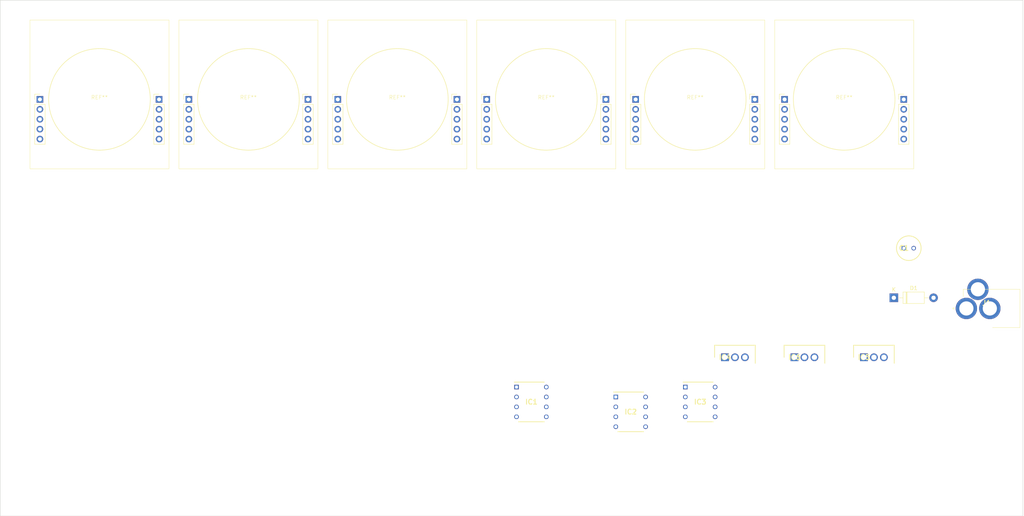
<source format=kicad_pcb>
(kicad_pcb (version 20221018) (generator pcbnew)
  (layers (0 "F.Cu" signal) (31 "B.Cu" signal) (34 "B.Paste" user) (35 "F.Paste" user) (36 "B.SilkS" user "B.Silkscreen") (37 "F.SilkS" user "F.Silkscreen") (38 "B.Mask" user) (39 "F.Mask" user) (44 "Edge.Cuts" user))
  (net 0 "")
  (net 1 "Net-(C1-+)")
  (net 2 "GND")
  (net 30 "+24V")
  (footprint "SamacSys_Parts:DIP762W56P254L950H508Q8N" (layer "F.Cu") (at 153.67 128.27)
    (fp_text reference "IC1" (at 0 0) (layer "F.SilkS") (effects (font (size 1.27 1.27) (thickness 0.254))))
    (fp_text value "TC1044SCPA" hide)
    (fp_line (start -4.39 -5.08) (end 3.3 -5.08) (stroke (width 0.2)) (layer "F.SilkS"))
    (fp_line (start -3.3 5.08) (end 3.3 5.08) (stroke (width 0.2)) (layer "F.SilkS"))
    (pad "1" thru_hole rect (at -3.81 -3.81) (size 1.16 1.16) (drill 0.76) (layers "*.Cu" "*.Mask"))
    (pad "2" thru_hole circle (at -3.81 -1.27) (size 1.16 1.16) (drill 0.76) (layers "*.Cu" "*.Mask"))
    (pad "3" thru_hole circle (at -3.81 1.27) (size 1.16 1.16) (drill 0.76) (layers "*.Cu" "*.Mask"))
    (pad "4" thru_hole circle (at -3.81 3.81) (size 1.16 1.16) (drill 0.76) (layers "*.Cu" "*.Mask"))
    (pad "5" thru_hole circle (at 3.81 3.81) (size 1.16 1.16) (drill 0.76) (layers "*.Cu" "*.Mask"))
    (pad "6" thru_hole circle (at 3.81 1.27) (size 1.16 1.16) (drill 0.76) (layers "*.Cu" "*.Mask"))
    (pad "7" thru_hole circle (at 3.81 -1.27) (size 1.16 1.16) (drill 0.76) (layers "*.Cu" "*.Mask"))
    (pad "8" thru_hole circle (at 3.81 -3.81) (size 1.16 1.16) (drill 0.76) (layers "*.Cu" "*.Mask"))
  )
  (footprint "SamacSys_Parts:163179PHEX" (layer "F.Cu") (at 270.09 102.965 180)
    (fp_text reference "J1" (at 0 0) (layer "F.SilkS") (effects (font (size 1.27 1.27) (thickness 0.254))))
    (fp_text value "163-179PH-EX" hide)
    (fp_line (start -8.55 -6.265) (end -8.55 3.535) (stroke (width 0.1)) (layer "F.SilkS"))
    (fp_line (start -8.55 3.535) (end 5.95 3.535) (stroke (width 0.1)) (layer "F.SilkS"))
    (fp_line (start -1.55 -6.265) (end -8.55 -6.265) (stroke (width 0.1)) (layer "F.SilkS"))
    (fp_line (start 5.95 3.535) (end 5.95 1.635) (stroke (width 0.1)) (layer "F.SilkS"))
    (fp_line (start 8.45 -1.465) (end 8.45 -1.465) (stroke (width 0.2)) (layer "F.SilkS"))
    (fp_line (start 8.45 -1.265) (end 8.45 -1.265) (stroke (width 0.2)) (layer "F.SilkS"))
    (fp_arc (start 8.45 -1.465) (mid 8.55 -1.365) (end 8.45 -1.265) (stroke (width 0.2)) (layer "F.SilkS"))
    (fp_arc (start 8.45 -1.265) (mid 8.35 -1.365) (end 8.45 -1.465) (stroke (width 0.2)) (layer "F.SilkS"))
    (pad "A" thru_hole circle (at 5.15 -1.365 180) (size 5.46 5.46) (drill 3.6401) (layers "*.Cu" "*.Mask") (net 30 "+24V"))
    (pad "B" thru_hole circle (at 2.2 3.535 180) (size 5.46 5.46) (drill 3.6401) (layers "*.Cu" "*.Mask"))
    (pad "C" thru_hole circle (at -0.85 -1.365 180) (size 5.46 5.46) (drill 3.6401) (layers "*.Cu" "*.Mask") (net 2 "GND"))
  )
  (footprint "SamacSys_Parts:DIP762W56P254L950H508Q8N" (layer "F.Cu") (at 179.07 130.81)
    (fp_text reference "IC2" (at 0 0) (layer "F.SilkS") (effects (font (size 1.27 1.27) (thickness 0.254))))
    (fp_text value "TC1044SCPA" hide)
    (fp_line (start -4.39 -5.08) (end 3.3 -5.08) (stroke (width 0.2)) (layer "F.SilkS"))
    (fp_line (start -3.3 5.08) (end 3.3 5.08) (stroke (width 0.2)) (layer "F.SilkS"))
    (pad "1" thru_hole rect (at -3.81 -3.81) (size 1.16 1.16) (drill 0.76) (layers "*.Cu" "*.Mask"))
    (pad "2" thru_hole circle (at -3.81 -1.27) (size 1.16 1.16) (drill 0.76) (layers "*.Cu" "*.Mask"))
    (pad "3" thru_hole circle (at -3.81 1.27) (size 1.16 1.16) (drill 0.76) (layers "*.Cu" "*.Mask"))
    (pad "4" thru_hole circle (at -3.81 3.81) (size 1.16 1.16) (drill 0.76) (layers "*.Cu" "*.Mask"))
    (pad "5" thru_hole circle (at 3.81 3.81) (size 1.16 1.16) (drill 0.76) (layers "*.Cu" "*.Mask"))
    (pad "6" thru_hole circle (at 3.81 1.27) (size 1.16 1.16) (drill 0.76) (layers "*.Cu" "*.Mask"))
    (pad "7" thru_hole circle (at 3.81 -1.27) (size 1.16 1.16) (drill 0.76) (layers "*.Cu" "*.Mask"))
    (pad "8" thru_hole circle (at 3.81 -3.81) (size 1.16 1.16) (drill 0.76) (layers "*.Cu" "*.Mask"))
  )
  (footprint "Ivan Hawkes:Potentiometer Carrier Board 24mm" (layer "F.Cu") (at 119.38 50.8)
    (fp_text reference "REF**" (at 0 -0.5 unlocked) (layer "F.SilkS") (effects (font (thickness 0.1))))
    (fp_text value "Potentiometer Carrier Board 24mm")
    (fp_line (start -16.57 -1.33) (end -15.24 -1.33) (stroke (width 0.12)) (layer "F.SilkS"))
    (fp_line (start -16.57 0) (end -16.57 -1.33) (stroke (width 0.12)) (layer "F.SilkS"))
    (fp_line (start -16.57 1.27) (end -16.57 11.49) (stroke (width 0.12)) (layer "F.SilkS"))
    (fp_line (start -16.57 1.27) (end -13.91 1.27) (stroke (width 0.12)) (layer "F.SilkS"))
    (fp_line (start -16.57 11.49) (end -13.91 11.49) (stroke (width 0.12)) (layer "F.SilkS"))
    (fp_line (start -13.91 1.27) (end -13.91 11.49) (stroke (width 0.12)) (layer "F.SilkS"))
    (fp_line (start 13.91 -1.33) (end 15.24 -1.33) (stroke (width 0.12)) (layer "F.SilkS"))
    (fp_line (start 13.91 0) (end 13.91 -1.33) (stroke (width 0.12)) (layer "F.SilkS"))
    (fp_line (start 13.91 1.27) (end 13.91 11.49) (stroke (width 0.12)) (layer "F.SilkS"))
    (fp_line (start 13.91 1.27) (end 16.57 1.27) (stroke (width 0.12)) (layer "F.SilkS"))
    (fp_line (start 13.91 11.49) (end 16.57 11.49) (stroke (width 0.12)) (layer "F.SilkS"))
    (fp_line (start 16.57 1.27) (end 16.57 11.49) (stroke (width 0.12)) (layer "F.SilkS"))
    (fp_rect (start -17.78 -20.32) (end 17.78 17.78) (stroke (width 0.1)) (fill none) (layer "F.SilkS"))
    (fp_circle (center 0 0) (end 13 0) (stroke (width 0.15)) (fill none) (layer "F.SilkS"))
    (pad "1" thru_hole rect (at -15.24 0) (size 1.7 1.7) (drill 1) (layers "*.Cu" "*.Mask"))
    (pad "1" thru_hole rect (at 15.24 0) (size 1.7 1.7) (drill 1) (layers "*.Cu" "*.Mask"))
    (pad "2" thru_hole oval (at -15.24 2.54) (size 1.7 1.7) (drill 1) (layers "*.Cu" "*.Mask"))
    (pad "2" thru_hole oval (at 15.24 2.54) (size 1.7 1.7) (drill 1) (layers "*.Cu" "*.Mask"))
    (pad "3" thru_hole oval (at -15.24 5.08) (size 1.7 1.7) (drill 1) (layers "*.Cu" "*.Mask"))
    (pad "3" thru_hole oval (at 15.24 5.08) (size 1.7 1.7) (drill 1) (layers "*.Cu" "*.Mask"))
    (pad "4" thru_hole oval (at -15.24 7.62) (size 1.7 1.7) (drill 1) (layers "*.Cu" "*.Mask"))
    (pad "4" thru_hole oval (at 15.24 7.62) (size 1.7 1.7) (drill 1) (layers "*.Cu" "*.Mask"))
    (pad "5" thru_hole oval (at -15.24 10.16) (size 1.7 1.7) (drill 1) (layers "*.Cu" "*.Mask"))
    (pad "5" thru_hole oval (at 15.24 10.16) (size 1.7 1.7) (drill 1) (layers "*.Cu" "*.Mask"))
  )
  (footprint "Ivan Hawkes:Potentiometer Carrier Board 24mm" (layer "F.Cu") (at 233.68 50.8)
    (fp_text reference "REF**" (at 0 -0.5 unlocked) (layer "F.SilkS") (effects (font (thickness 0.1))))
    (fp_text value "Potentiometer Carrier Board 24mm")
    (fp_line (start -16.57 -1.33) (end -15.24 -1.33) (stroke (width 0.12)) (layer "F.SilkS"))
    (fp_line (start -16.57 0) (end -16.57 -1.33) (stroke (width 0.12)) (layer "F.SilkS"))
    (fp_line (start -16.57 1.27) (end -16.57 11.49) (stroke (width 0.12)) (layer "F.SilkS"))
    (fp_line (start -16.57 1.27) (end -13.91 1.27) (stroke (width 0.12)) (layer "F.SilkS"))
    (fp_line (start -16.57 11.49) (end -13.91 11.49) (stroke (width 0.12)) (layer "F.SilkS"))
    (fp_line (start -13.91 1.27) (end -13.91 11.49) (stroke (width 0.12)) (layer "F.SilkS"))
    (fp_line (start 13.91 -1.33) (end 15.24 -1.33) (stroke (width 0.12)) (layer "F.SilkS"))
    (fp_line (start 13.91 0) (end 13.91 -1.33) (stroke (width 0.12)) (layer "F.SilkS"))
    (fp_line (start 13.91 1.27) (end 13.91 11.49) (stroke (width 0.12)) (layer "F.SilkS"))
    (fp_line (start 13.91 1.27) (end 16.57 1.27) (stroke (width 0.12)) (layer "F.SilkS"))
    (fp_line (start 13.91 11.49) (end 16.57 11.49) (stroke (width 0.12)) (layer "F.SilkS"))
    (fp_line (start 16.57 1.27) (end 16.57 11.49) (stroke (width 0.12)) (layer "F.SilkS"))
    (fp_rect (start -17.78 -20.32) (end 17.78 17.78) (stroke (width 0.1)) (fill none) (layer "F.SilkS"))
    (fp_circle (center 0 0) (end 13 0) (stroke (width 0.15)) (fill none) (layer "F.SilkS"))
    (pad "1" thru_hole rect (at -15.24 0) (size 1.7 1.7) (drill 1) (layers "*.Cu" "*.Mask"))
    (pad "1" thru_hole rect (at 15.24 0) (size 1.7 1.7) (drill 1) (layers "*.Cu" "*.Mask"))
    (pad "2" thru_hole oval (at -15.24 2.54) (size 1.7 1.7) (drill 1) (layers "*.Cu" "*.Mask"))
    (pad "2" thru_hole oval (at 15.24 2.54) (size 1.7 1.7) (drill 1) (layers "*.Cu" "*.Mask"))
    (pad "3" thru_hole oval (at -15.24 5.08) (size 1.7 1.7) (drill 1) (layers "*.Cu" "*.Mask"))
    (pad "3" thru_hole oval (at 15.24 5.08) (size 1.7 1.7) (drill 1) (layers "*.Cu" "*.Mask"))
    (pad "4" thru_hole oval (at -15.24 7.62) (size 1.7 1.7) (drill 1) (layers "*.Cu" "*.Mask"))
    (pad "4" thru_hole oval (at 15.24 7.62) (size 1.7 1.7) (drill 1) (layers "*.Cu" "*.Mask"))
    (pad "5" thru_hole oval (at -15.24 10.16) (size 1.7 1.7) (drill 1) (layers "*.Cu" "*.Mask"))
    (pad "5" thru_hole oval (at 15.24 10.16) (size 1.7 1.7) (drill 1) (layers "*.Cu" "*.Mask"))
  )
  (footprint "Ivan Hawkes:Potentiometer Carrier Board 24mm" (layer "F.Cu") (at 157.48 50.8)
    (fp_text reference "REF**" (at 0 -0.5 unlocked) (layer "F.SilkS") (effects (font (thickness 0.1))))
    (fp_text value "Potentiometer Carrier Board 24mm")
    (fp_line (start -16.57 -1.33) (end -15.24 -1.33) (stroke (width 0.12)) (layer "F.SilkS"))
    (fp_line (start -16.57 0) (end -16.57 -1.33) (stroke (width 0.12)) (layer "F.SilkS"))
    (fp_line (start -16.57 1.27) (end -16.57 11.49) (stroke (width 0.12)) (layer "F.SilkS"))
    (fp_line (start -16.57 1.27) (end -13.91 1.27) (stroke (width 0.12)) (layer "F.SilkS"))
    (fp_line (start -16.57 11.49) (end -13.91 11.49) (stroke (width 0.12)) (layer "F.SilkS"))
    (fp_line (start -13.91 1.27) (end -13.91 11.49) (stroke (width 0.12)) (layer "F.SilkS"))
    (fp_line (start 13.91 -1.33) (end 15.24 -1.33) (stroke (width 0.12)) (layer "F.SilkS"))
    (fp_line (start 13.91 0) (end 13.91 -1.33) (stroke (width 0.12)) (layer "F.SilkS"))
    (fp_line (start 13.91 1.27) (end 13.91 11.49) (stroke (width 0.12)) (layer "F.SilkS"))
    (fp_line (start 13.91 1.27) (end 16.57 1.27) (stroke (width 0.12)) (layer "F.SilkS"))
    (fp_line (start 13.91 11.49) (end 16.57 11.49) (stroke (width 0.12)) (layer "F.SilkS"))
    (fp_line (start 16.57 1.27) (end 16.57 11.49) (stroke (width 0.12)) (layer "F.SilkS"))
    (fp_rect (start -17.78 -20.32) (end 17.78 17.78) (stroke (width 0.1)) (fill none) (layer "F.SilkS"))
    (fp_circle (center 0 0) (end 13 0) (stroke (width 0.15)) (fill none) (layer "F.SilkS"))
    (pad "1" thru_hole rect (at -15.24 0) (size 1.7 1.7) (drill 1) (layers "*.Cu" "*.Mask"))
    (pad "1" thru_hole rect (at 15.24 0) (size 1.7 1.7) (drill 1) (layers "*.Cu" "*.Mask"))
    (pad "2" thru_hole oval (at -15.24 2.54) (size 1.7 1.7) (drill 1) (layers "*.Cu" "*.Mask"))
    (pad "2" thru_hole oval (at 15.24 2.54) (size 1.7 1.7) (drill 1) (layers "*.Cu" "*.Mask"))
    (pad "3" thru_hole oval (at -15.24 5.08) (size 1.7 1.7) (drill 1) (layers "*.Cu" "*.Mask"))
    (pad "3" thru_hole oval (at 15.24 5.08) (size 1.7 1.7) (drill 1) (layers "*.Cu" "*.Mask"))
    (pad "4" thru_hole oval (at -15.24 7.62) (size 1.7 1.7) (drill 1) (layers "*.Cu" "*.Mask"))
    (pad "4" thru_hole oval (at 15.24 7.62) (size 1.7 1.7) (drill 1) (layers "*.Cu" "*.Mask"))
    (pad "5" thru_hole oval (at -15.24 10.16) (size 1.7 1.7) (drill 1) (layers "*.Cu" "*.Mask"))
    (pad "5" thru_hole oval (at 15.24 10.16) (size 1.7 1.7) (drill 1) (layers "*.Cu" "*.Mask"))
  )
  (footprint "Ivan Hawkes:Potentiometer Carrier Board 24mm" (layer "F.Cu") (at 195.58 50.8)
    (fp_text reference "REF**" (at 0 -0.5 unlocked) (layer "F.SilkS") (effects (font (thickness 0.1))))
    (fp_text value "Potentiometer Carrier Board 24mm")
    (fp_line (start -16.57 -1.33) (end -15.24 -1.33) (stroke (width 0.12)) (layer "F.SilkS"))
    (fp_line (start -16.57 0) (end -16.57 -1.33) (stroke (width 0.12)) (layer "F.SilkS"))
    (fp_line (start -16.57 1.27) (end -16.57 11.49) (stroke (width 0.12)) (layer "F.SilkS"))
    (fp_line (start -16.57 1.27) (end -13.91 1.27) (stroke (width 0.12)) (layer "F.SilkS"))
    (fp_line (start -16.57 11.49) (end -13.91 11.49) (stroke (width 0.12)) (layer "F.SilkS"))
    (fp_line (start -13.91 1.27) (end -13.91 11.49) (stroke (width 0.12)) (layer "F.SilkS"))
    (fp_line (start 13.91 -1.33) (end 15.24 -1.33) (stroke (width 0.12)) (layer "F.SilkS"))
    (fp_line (start 13.91 0) (end 13.91 -1.33) (stroke (width 0.12)) (layer "F.SilkS"))
    (fp_line (start 13.91 1.27) (end 13.91 11.49) (stroke (width 0.12)) (layer "F.SilkS"))
    (fp_line (start 13.91 1.27) (end 16.57 1.27) (stroke (width 0.12)) (layer "F.SilkS"))
    (fp_line (start 13.91 11.49) (end 16.57 11.49) (stroke (width 0.12)) (layer "F.SilkS"))
    (fp_line (start 16.57 1.27) (end 16.57 11.49) (stroke (width 0.12)) (layer "F.SilkS"))
    (fp_rect (start -17.78 -20.32) (end 17.78 17.78) (stroke (width 0.1)) (fill none) (layer "F.SilkS"))
    (fp_circle (center 0 0) (end 13 0) (stroke (width 0.15)) (fill none) (layer "F.SilkS"))
    (pad "1" thru_hole rect (at -15.24 0) (size 1.7 1.7) (drill 1) (layers "*.Cu" "*.Mask"))
    (pad "1" thru_hole rect (at 15.24 0) (size 1.7 1.7) (drill 1) (layers "*.Cu" "*.Mask"))
    (pad "2" thru_hole oval (at -15.24 2.54) (size 1.7 1.7) (drill 1) (layers "*.Cu" "*.Mask"))
    (pad "2" thru_hole oval (at 15.24 2.54) (size 1.7 1.7) (drill 1) (layers "*.Cu" "*.Mask"))
    (pad "3" thru_hole oval (at -15.24 5.08) (size 1.7 1.7) (drill 1) (layers "*.Cu" "*.Mask"))
    (pad "3" thru_hole oval (at 15.24 5.08) (size 1.7 1.7) (drill 1) (layers "*.Cu" "*.Mask"))
    (pad "4" thru_hole oval (at -15.24 7.62) (size 1.7 1.7) (drill 1) (layers "*.Cu" "*.Mask"))
    (pad "4" thru_hole oval (at 15.24 7.62) (size 1.7 1.7) (drill 1) (layers "*.Cu" "*.Mask"))
    (pad "5" thru_hole oval (at -15.24 10.16) (size 1.7 1.7) (drill 1) (layers "*.Cu" "*.Mask"))
    (pad "5" thru_hole oval (at 15.24 10.16) (size 1.7 1.7) (drill 1) (layers "*.Cu" "*.Mask"))
  )
  (footprint "Ivan Hawkes:Potentiometer Carrier Board 24mm" (layer "F.Cu") (at 81.28 50.8)
    (fp_text reference "REF**" (at 0 -0.5 unlocked) (layer "F.SilkS") (effects (font (thickness 0.1))))
    (fp_text value "Potentiometer Carrier Board 24mm")
    (fp_line (start -16.57 -1.33) (end -15.24 -1.33) (stroke (width 0.12)) (layer "F.SilkS"))
    (fp_line (start -16.57 0) (end -16.57 -1.33) (stroke (width 0.12)) (layer "F.SilkS"))
    (fp_line (start -16.57 1.27) (end -16.57 11.49) (stroke (width 0.12)) (layer "F.SilkS"))
    (fp_line (start -16.57 1.27) (end -13.91 1.27) (stroke (width 0.12)) (layer "F.SilkS"))
    (fp_line (start -16.57 11.49) (end -13.91 11.49) (stroke (width 0.12)) (layer "F.SilkS"))
    (fp_line (start -13.91 1.27) (end -13.91 11.49) (stroke (width 0.12)) (layer "F.SilkS"))
    (fp_line (start 13.91 -1.33) (end 15.24 -1.33) (stroke (width 0.12)) (layer "F.SilkS"))
    (fp_line (start 13.91 0) (end 13.91 -1.33) (stroke (width 0.12)) (layer "F.SilkS"))
    (fp_line (start 13.91 1.27) (end 13.91 11.49) (stroke (width 0.12)) (layer "F.SilkS"))
    (fp_line (start 13.91 1.27) (end 16.57 1.27) (stroke (width 0.12)) (layer "F.SilkS"))
    (fp_line (start 13.91 11.49) (end 16.57 11.49) (stroke (width 0.12)) (layer "F.SilkS"))
    (fp_line (start 16.57 1.27) (end 16.57 11.49) (stroke (width 0.12)) (layer "F.SilkS"))
    (fp_rect (start -17.78 -20.32) (end 17.78 17.78) (stroke (width 0.1)) (fill none) (layer "F.SilkS"))
    (fp_circle (center 0 0) (end 13 0) (stroke (width 0.15)) (fill none) (layer "F.SilkS"))
    (pad "1" thru_hole rect (at -15.24 0) (size 1.7 1.7) (drill 1) (layers "*.Cu" "*.Mask"))
    (pad "1" thru_hole rect (at 15.24 0) (size 1.7 1.7) (drill 1) (layers "*.Cu" "*.Mask"))
    (pad "2" thru_hole oval (at -15.24 2.54) (size 1.7 1.7) (drill 1) (layers "*.Cu" "*.Mask"))
    (pad "2" thru_hole oval (at 15.24 2.54) (size 1.7 1.7) (drill 1) (layers "*.Cu" "*.Mask"))
    (pad "3" thru_hole oval (at -15.24 5.08) (size 1.7 1.7) (drill 1) (layers "*.Cu" "*.Mask"))
    (pad "3" thru_hole oval (at 15.24 5.08) (size 1.7 1.7) (drill 1) (layers "*.Cu" "*.Mask"))
    (pad "4" thru_hole oval (at -15.24 7.62) (size 1.7 1.7) (drill 1) (layers "*.Cu" "*.Mask"))
    (pad "4" thru_hole oval (at 15.24 7.62) (size 1.7 1.7) (drill 1) (layers "*.Cu" "*.Mask"))
    (pad "5" thru_hole oval (at -15.24 10.16) (size 1.7 1.7) (drill 1) (layers "*.Cu" "*.Mask"))
    (pad "5" thru_hole oval (at 15.24 10.16) (size 1.7 1.7) (drill 1) (layers "*.Cu" "*.Mask"))
  )
  (footprint "Diode_THT:D_DO-41_SOD81_P10.16mm_Horizontal" (layer "F.Cu") (at 246.38 101.6)
    (fp_text reference "D1" (at 5.08 -2.47) (layer "F.SilkS"))
    (fp_text value "1N4001")
    (fp_text user "K" (at 0 -2.1) (layer "F.SilkS"))
    (fp_line (start 1.34 0) (end 2.36 0) (stroke (width 0.12)) (layer "F.SilkS"))
    (fp_line (start 2.36 -1.47) (end 2.36 1.47) (stroke (width 0.12)) (layer "F.SilkS"))
    (fp_line (start 2.36 1.47) (end 7.8 1.47) (stroke (width 0.12)) (layer "F.SilkS"))
    (fp_line (start 3.14 -1.47) (end 3.14 1.47) (stroke (width 0.12)) (layer "F.SilkS"))
    (fp_line (start 3.26 -1.47) (end 3.26 1.47) (stroke (width 0.12)) (layer "F.SilkS"))
    (fp_line (start 3.38 -1.47) (end 3.38 1.47) (stroke (width 0.12)) (layer "F.SilkS"))
    (fp_line (start 7.8 -1.47) (end 2.36 -1.47) (stroke (width 0.12)) (layer "F.SilkS"))
    (fp_line (start 7.8 1.47) (end 7.8 -1.47) (stroke (width 0.12)) (layer "F.SilkS"))
    (fp_line (start 8.82 0) (end 7.8 0) (stroke (width 0.12)) (layer "F.SilkS"))
    (pad "1" thru_hole rect (at 0 0) (size 2.2 2.2) (drill 1.1) (layers "*.Cu" "*.Mask") (net 2 "GND"))
    (pad "2" thru_hole oval (at 10.16 0) (size 2.2 2.2) (drill 1.1) (layers "*.Cu" "*.Mask") (net 1 "Net-(C1-+)"))
  )
  (footprint "Ivan Hawkes:Potentiometer Carrier Board 24mm" (layer "F.Cu") (at 43.18 50.8)
    (fp_text reference "REF**" (at 0 -0.5 unlocked) (layer "F.SilkS") (effects (font (thickness 0.1))))
    (fp_text value "Potentiometer Carrier Board 24mm")
    (fp_line (start -16.57 -1.33) (end -15.24 -1.33) (stroke (width 0.12)) (layer "F.SilkS"))
    (fp_line (start -16.57 0) (end -16.57 -1.33) (stroke (width 0.12)) (layer "F.SilkS"))
    (fp_line (start -16.57 1.27) (end -16.57 11.49) (stroke (width 0.12)) (layer "F.SilkS"))
    (fp_line (start -16.57 1.27) (end -13.91 1.27) (stroke (width 0.12)) (layer "F.SilkS"))
    (fp_line (start -16.57 11.49) (end -13.91 11.49) (stroke (width 0.12)) (layer "F.SilkS"))
    (fp_line (start -13.91 1.27) (end -13.91 11.49) (stroke (width 0.12)) (layer "F.SilkS"))
    (fp_line (start 13.91 -1.33) (end 15.24 -1.33) (stroke (width 0.12)) (layer "F.SilkS"))
    (fp_line (start 13.91 0) (end 13.91 -1.33) (stroke (width 0.12)) (layer "F.SilkS"))
    (fp_line (start 13.91 1.27) (end 13.91 11.49) (stroke (width 0.12)) (layer "F.SilkS"))
    (fp_line (start 13.91 1.27) (end 16.57 1.27) (stroke (width 0.12)) (layer "F.SilkS"))
    (fp_line (start 13.91 11.49) (end 16.57 11.49) (stroke (width 0.12)) (layer "F.SilkS"))
    (fp_line (start 16.57 1.27) (end 16.57 11.49) (stroke (width 0.12)) (layer "F.SilkS"))
    (fp_rect (start -17.78 -20.32) (end 17.78 17.78) (stroke (width 0.1)) (fill none) (layer "F.SilkS"))
    (fp_circle (center 0 0) (end 13 0) (stroke (width 0.15)) (fill none) (layer "F.SilkS"))
    (pad "1" thru_hole rect (at -15.24 0) (size 1.7 1.7) (drill 1) (layers "*.Cu" "*.Mask"))
    (pad "1" thru_hole rect (at 15.24 0) (size 1.7 1.7) (drill 1) (layers "*.Cu" "*.Mask"))
    (pad "2" thru_hole oval (at -15.24 2.54) (size 1.7 1.7) (drill 1) (layers "*.Cu" "*.Mask"))
    (pad "2" thru_hole oval (at 15.24 2.54) (size 1.7 1.7) (drill 1) (layers "*.Cu" "*.Mask"))
    (pad "3" thru_hole oval (at -15.24 5.08) (size 1.7 1.7) (drill 1) (layers "*.Cu" "*.Mask"))
    (pad "3" thru_hole oval (at 15.24 5.08) (size 1.7 1.7) (drill 1) (layers "*.Cu" "*.Mask"))
    (pad "4" thru_hole oval (at -15.24 7.62) (size 1.7 1.7) (drill 1) (layers "*.Cu" "*.Mask"))
    (pad "4" thru_hole oval (at 15.24 7.62) (size 1.7 1.7) (drill 1) (layers "*.Cu" "*.Mask"))
    (pad "5" thru_hole oval (at -15.24 10.16) (size 1.7 1.7) (drill 1) (layers "*.Cu" "*.Mask"))
    (pad "5" thru_hole oval (at 15.24 10.16) (size 1.7 1.7) (drill 1) (layers "*.Cu" "*.Mask"))
  )
  (footprint "SamacSys_Parts:TO255P460X1020X2008-3P" (layer "F.Cu") (at 220.97 116.84)
    (fp_text reference "IC6" (at 0 0) (layer "F.SilkS") (effects (font (size 1.27 1.27) (thickness 0.254))))
    (fp_text value "L7812CV" hide)
    (fp_line (start -2.65 -3.07) (end -2.65 0) (stroke (width 0.2)) (layer "F.SilkS"))
    (fp_line (start 7.75 -3.07) (end -2.65 -3.07) (stroke (width 0.2)) (layer "F.SilkS"))
    (fp_line (start 7.75 1.53) (end 7.75 -3.07) (stroke (width 0.2)) (layer "F.SilkS"))
    (pad "1" thru_hole rect (at 0 0) (size 1.98 1.98) (drill 1.32) (layers "*.Cu" "*.Mask") (net 2 "GND"))
    (pad "2" thru_hole circle (at 2.55 0) (size 1.98 1.98) (drill 1.32) (layers "*.Cu" "*.Mask") (net 2 "GND"))
    (pad "3" thru_hole circle (at 5.1 0) (size 1.98 1.98) (drill 1.32) (layers "*.Cu" "*.Mask"))
  )
  (footprint "SamacSys_Parts:CAPPRD250W55D630H1270" (layer "F.Cu") (at 248.96 88.9)
    (fp_text reference "C1" (at 0 0) (layer "F.SilkS") (effects (font (size 1.27 1.27) (thickness 0.254))))
    (fp_text value "EEU-FM1E101" hide)
    (fp_circle (center 1.25 0) (end 1.25 3.15) (stroke (width 0.2)) (fill none) (layer "F.SilkS"))
    (pad "1" thru_hole rect (at 0 0) (size 1.15 1.15) (drill 0.75) (layers "*.Cu" "*.Mask") (net 1 "Net-(C1-+)"))
    (pad "2" thru_hole circle (at 2.5 0) (size 1.15 1.15) (drill 0.75) (layers "*.Cu" "*.Mask") (net 2 "GND"))
  )
  (footprint "SamacSys_Parts:DIP762W56P254L950H508Q8N" (layer "F.Cu") (at 196.85 128.27)
    (fp_text reference "IC3" (at 0 0) (layer "F.SilkS") (effects (font (size 1.27 1.27) (thickness 0.254))))
    (fp_text value "TC1044SCPA" hide)
    (fp_line (start -4.39 -5.08) (end 3.3 -5.08) (stroke (width 0.2)) (layer "F.SilkS"))
    (fp_line (start -3.3 5.08) (end 3.3 5.08) (stroke (width 0.2)) (layer "F.SilkS"))
    (pad "1" thru_hole rect (at -3.81 -3.81) (size 1.16 1.16) (drill 0.76) (layers "*.Cu" "*.Mask"))
    (pad "2" thru_hole circle (at -3.81 -1.27) (size 1.16 1.16) (drill 0.76) (layers "*.Cu" "*.Mask"))
    (pad "3" thru_hole circle (at -3.81 1.27) (size 1.16 1.16) (drill 0.76) (layers "*.Cu" "*.Mask"))
    (pad "4" thru_hole circle (at -3.81 3.81) (size 1.16 1.16) (drill 0.76) (layers "*.Cu" "*.Mask"))
    (pad "5" thru_hole circle (at 3.81 3.81) (size 1.16 1.16) (drill 0.76) (layers "*.Cu" "*.Mask"))
    (pad "6" thru_hole circle (at 3.81 1.27) (size 1.16 1.16) (drill 0.76) (layers "*.Cu" "*.Mask"))
    (pad "7" thru_hole circle (at 3.81 -1.27) (size 1.16 1.16) (drill 0.76) (layers "*.Cu" "*.Mask"))
    (pad "8" thru_hole circle (at 3.81 -3.81) (size 1.16 1.16) (drill 0.76) (layers "*.Cu" "*.Mask"))
  )
  (footprint "SamacSys_Parts:TO255P460X1020X2008-3P" (layer "F.Cu") (at 238.74 116.84)
    (fp_text reference "IC5" (at 0 0) (layer "F.SilkS") (effects (font (size 1.27 1.27) (thickness 0.254))))
    (fp_text value "L7809CV" hide)
    (fp_line (start -2.65 -3.07) (end -2.65 0) (stroke (width 0.2)) (layer "F.SilkS"))
    (fp_line (start 7.75 -3.07) (end -2.65 -3.07) (stroke (width 0.2)) (layer "F.SilkS"))
    (fp_line (start 7.75 1.53) (end 7.75 -3.07) (stroke (width 0.2)) (layer "F.SilkS"))
    (pad "1" thru_hole rect (at 0 0) (size 1.98 1.98) (drill 1.32) (layers "*.Cu" "*.Mask") (net 2 "GND"))
    (pad "2" thru_hole circle (at 2.55 0) (size 1.98 1.98) (drill 1.32) (layers "*.Cu" "*.Mask") (net 2 "GND"))
    (pad "3" thru_hole circle (at 5.1 0) (size 1.98 1.98) (drill 1.32) (layers "*.Cu" "*.Mask"))
  )
  (footprint "SamacSys_Parts:TO255P460X1020X2008-3P" (layer "F.Cu") (at 203.19 116.84)
    (fp_text reference "IC4" (at 0 0) (layer "F.SilkS") (effects (font (size 1.27 1.27) (thickness 0.254))))
    (fp_text value "L7805CV" hide)
    (fp_line (start -2.65 -3.07) (end -2.65 0) (stroke (width 0.2)) (layer "F.SilkS"))
    (fp_line (start 7.75 -3.07) (end -2.65 -3.07) (stroke (width 0.2)) (layer "F.SilkS"))
    (fp_line (start 7.75 1.53) (end 7.75 -3.07) (stroke (width 0.2)) (layer "F.SilkS"))
    (pad "1" thru_hole rect (at 0 0) (size 1.98 1.98) (drill 1.32) (layers "*.Cu" "*.Mask") (net 2 "GND"))
    (pad "2" thru_hole circle (at 2.55 0) (size 1.98 1.98) (drill 1.32) (layers "*.Cu" "*.Mask") (net 2 "GND"))
    (pad "3" thru_hole circle (at 5.1 0) (size 1.98 1.98) (drill 1.32) (layers "*.Cu" "*.Mask"))
  )
  (gr_rect (start 17.78 25.4) (end 279.4 157.48) (stroke (width 0.1)) (fill none) (layer "Edge.Cuts"))
)
</source>
